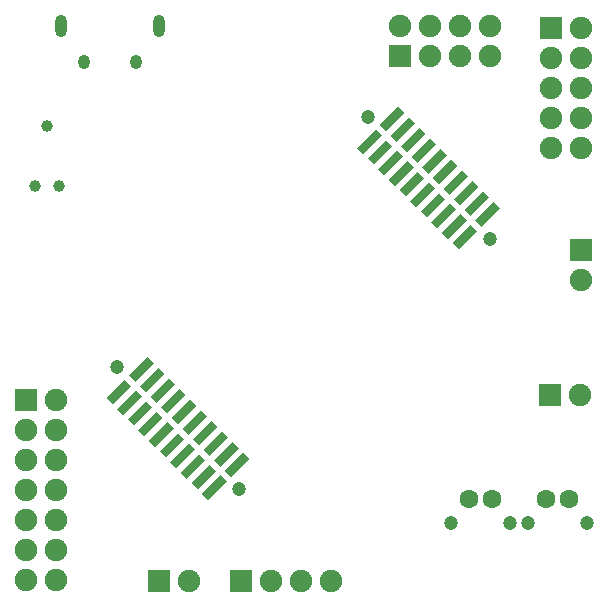
<source format=gbs>
G04 #@! TF.FileFunction,Soldermask,Bot*
%FSLAX46Y46*%
G04 Gerber Fmt 4.6, Leading zero omitted, Abs format (unit mm)*
G04 Created by KiCad (PCBNEW 4.1.0-alpha+201605071002+6776~44~ubuntu14.04.1-product) date Mon 30 May 2016 00:25:53 BST*
%MOMM*%
%LPD*%
G01*
G04 APERTURE LIST*
%ADD10C,0.100000*%
%ADD11R,1.900000X1.900000*%
%ADD12C,1.900000*%
%ADD13C,1.000000*%
%ADD14O,1.000000X1.250000*%
%ADD15O,1.000000X1.900000*%
%ADD16C,1.200000*%
%ADD17C,1.600000*%
G04 APERTURE END LIST*
D10*
D11*
X94690000Y-123500000D03*
D12*
X97230000Y-123500000D03*
X99770000Y-123500000D03*
X102310000Y-123500000D03*
D11*
X123500000Y-95430000D03*
D12*
X123500000Y-97970000D03*
D11*
X87730000Y-123500000D03*
D12*
X90270000Y-123500000D03*
D11*
X120830000Y-107700000D03*
D12*
X123370000Y-107700000D03*
D13*
X78295000Y-84960000D03*
X77279000Y-90040000D03*
X79311000Y-90040000D03*
D11*
X76480000Y-108130000D03*
D12*
X79020000Y-108130000D03*
X76480000Y-110670000D03*
X79020000Y-110670000D03*
X76480000Y-113210000D03*
X79020000Y-113210000D03*
X76480000Y-115750000D03*
X79020000Y-115750000D03*
X76480000Y-118290000D03*
X79020000Y-118290000D03*
X76480000Y-120830000D03*
X79020000Y-120830000D03*
X76480000Y-123370000D03*
X79020000Y-123370000D03*
D11*
X120980000Y-76670000D03*
D12*
X123520000Y-76670000D03*
X120980000Y-79210000D03*
X123520000Y-79210000D03*
X120980000Y-81750000D03*
X123520000Y-81750000D03*
X120980000Y-84290000D03*
X123520000Y-84290000D03*
X120980000Y-86830000D03*
X123520000Y-86830000D03*
D14*
X81375000Y-79500000D03*
X85825000Y-79500000D03*
D15*
X79425000Y-76500000D03*
X87775000Y-76500000D03*
D16*
X119000000Y-118600000D03*
X124000000Y-118600000D03*
D17*
X120500000Y-116500000D03*
X122500000Y-116500000D03*
D11*
X108190000Y-79020000D03*
D12*
X108190000Y-76480000D03*
X110730000Y-79020000D03*
X110730000Y-76480000D03*
X113270000Y-79020000D03*
X113270000Y-76480000D03*
X115810000Y-79020000D03*
X115810000Y-76480000D03*
D16*
X112500000Y-118600000D03*
X117500000Y-118600000D03*
D17*
X114000000Y-116500000D03*
X116000000Y-116500000D03*
D10*
G36*
X104531801Y-86787710D02*
X106101578Y-85217933D01*
X106624837Y-85741192D01*
X105055060Y-87310969D01*
X104531801Y-86787710D01*
X104531801Y-86787710D01*
G37*
G36*
X106462203Y-84857308D02*
X108031980Y-83287531D01*
X108555239Y-83810790D01*
X106985462Y-85380567D01*
X106462203Y-84857308D01*
X106462203Y-84857308D01*
G37*
G36*
X105429827Y-87685735D02*
X106999604Y-86115958D01*
X107522863Y-86639217D01*
X105953086Y-88208994D01*
X105429827Y-87685735D01*
X105429827Y-87685735D01*
G37*
G36*
X107360228Y-85755334D02*
X108930005Y-84185557D01*
X109453264Y-84708816D01*
X107883487Y-86278593D01*
X107360228Y-85755334D01*
X107360228Y-85755334D01*
G37*
G36*
X106327852Y-88583761D02*
X107897629Y-87013984D01*
X108420888Y-87537243D01*
X106851111Y-89107020D01*
X106327852Y-88583761D01*
X106327852Y-88583761D01*
G37*
G36*
X108258254Y-86653359D02*
X109828031Y-85083582D01*
X110351290Y-85606841D01*
X108781513Y-87176618D01*
X108258254Y-86653359D01*
X108258254Y-86653359D01*
G37*
G36*
X107225878Y-89481786D02*
X108795655Y-87912009D01*
X109318914Y-88435268D01*
X107749137Y-90005045D01*
X107225878Y-89481786D01*
X107225878Y-89481786D01*
G37*
G36*
X109156279Y-87551385D02*
X110726056Y-85981608D01*
X111249315Y-86504867D01*
X109679538Y-88074644D01*
X109156279Y-87551385D01*
X109156279Y-87551385D01*
G37*
G36*
X108123903Y-90379812D02*
X109693680Y-88810035D01*
X110216939Y-89333294D01*
X108647162Y-90903071D01*
X108123903Y-90379812D01*
X108123903Y-90379812D01*
G37*
G36*
X110054305Y-88449410D02*
X111624082Y-86879633D01*
X112147341Y-87402892D01*
X110577564Y-88972669D01*
X110054305Y-88449410D01*
X110054305Y-88449410D01*
G37*
G36*
X109021929Y-91277838D02*
X110591706Y-89708061D01*
X111114965Y-90231320D01*
X109545188Y-91801097D01*
X109021929Y-91277838D01*
X109021929Y-91277838D01*
G37*
G36*
X110952331Y-89347436D02*
X112522108Y-87777659D01*
X113045367Y-88300918D01*
X111475590Y-89870695D01*
X110952331Y-89347436D01*
X110952331Y-89347436D01*
G37*
G36*
X109919955Y-92175863D02*
X111489732Y-90606086D01*
X112012991Y-91129345D01*
X110443214Y-92699122D01*
X109919955Y-92175863D01*
X109919955Y-92175863D01*
G37*
G36*
X111850356Y-90245462D02*
X113420133Y-88675685D01*
X113943392Y-89198944D01*
X112373615Y-90768721D01*
X111850356Y-90245462D01*
X111850356Y-90245462D01*
G37*
G36*
X110817980Y-93073889D02*
X112387757Y-91504112D01*
X112911016Y-92027371D01*
X111341239Y-93597148D01*
X110817980Y-93073889D01*
X110817980Y-93073889D01*
G37*
G36*
X112748382Y-91143487D02*
X114318159Y-89573710D01*
X114841418Y-90096969D01*
X113271641Y-91666746D01*
X112748382Y-91143487D01*
X112748382Y-91143487D01*
G37*
G36*
X111716006Y-93971914D02*
X113285783Y-92402137D01*
X113809042Y-92925396D01*
X112239265Y-94495173D01*
X111716006Y-93971914D01*
X111716006Y-93971914D01*
G37*
G36*
X113646407Y-92041513D02*
X115216184Y-90471736D01*
X115739443Y-90994995D01*
X114169666Y-92564772D01*
X113646407Y-92041513D01*
X113646407Y-92041513D01*
G37*
G36*
X112614031Y-94869940D02*
X114183808Y-93300163D01*
X114707067Y-93823422D01*
X113137290Y-95393199D01*
X112614031Y-94869940D01*
X112614031Y-94869940D01*
G37*
G36*
X114544433Y-92939538D02*
X116114210Y-91369761D01*
X116637469Y-91893020D01*
X115067692Y-93462797D01*
X114544433Y-92939538D01*
X114544433Y-92939538D01*
G37*
D16*
X115750050Y-94505780D03*
X105419220Y-84174950D03*
D10*
G36*
X83318597Y-108000914D02*
X84888374Y-106431137D01*
X85411633Y-106954396D01*
X83841856Y-108524173D01*
X83318597Y-108000914D01*
X83318597Y-108000914D01*
G37*
G36*
X85248999Y-106070512D02*
X86818776Y-104500735D01*
X87342035Y-105023994D01*
X85772258Y-106593771D01*
X85248999Y-106070512D01*
X85248999Y-106070512D01*
G37*
G36*
X84216623Y-108898939D02*
X85786400Y-107329162D01*
X86309659Y-107852421D01*
X84739882Y-109422198D01*
X84216623Y-108898939D01*
X84216623Y-108898939D01*
G37*
G36*
X86147024Y-106968538D02*
X87716801Y-105398761D01*
X88240060Y-105922020D01*
X86670283Y-107491797D01*
X86147024Y-106968538D01*
X86147024Y-106968538D01*
G37*
G36*
X85114648Y-109796965D02*
X86684425Y-108227188D01*
X87207684Y-108750447D01*
X85637907Y-110320224D01*
X85114648Y-109796965D01*
X85114648Y-109796965D01*
G37*
G36*
X87045050Y-107866563D02*
X88614827Y-106296786D01*
X89138086Y-106820045D01*
X87568309Y-108389822D01*
X87045050Y-107866563D01*
X87045050Y-107866563D01*
G37*
G36*
X86012674Y-110694990D02*
X87582451Y-109125213D01*
X88105710Y-109648472D01*
X86535933Y-111218249D01*
X86012674Y-110694990D01*
X86012674Y-110694990D01*
G37*
G36*
X87943075Y-108764589D02*
X89512852Y-107194812D01*
X90036111Y-107718071D01*
X88466334Y-109287848D01*
X87943075Y-108764589D01*
X87943075Y-108764589D01*
G37*
G36*
X86910699Y-111593016D02*
X88480476Y-110023239D01*
X89003735Y-110546498D01*
X87433958Y-112116275D01*
X86910699Y-111593016D01*
X86910699Y-111593016D01*
G37*
G36*
X88841101Y-109662614D02*
X90410878Y-108092837D01*
X90934137Y-108616096D01*
X89364360Y-110185873D01*
X88841101Y-109662614D01*
X88841101Y-109662614D01*
G37*
G36*
X87808725Y-112491042D02*
X89378502Y-110921265D01*
X89901761Y-111444524D01*
X88331984Y-113014301D01*
X87808725Y-112491042D01*
X87808725Y-112491042D01*
G37*
G36*
X89739127Y-110560640D02*
X91308904Y-108990863D01*
X91832163Y-109514122D01*
X90262386Y-111083899D01*
X89739127Y-110560640D01*
X89739127Y-110560640D01*
G37*
G36*
X88706751Y-113389067D02*
X90276528Y-111819290D01*
X90799787Y-112342549D01*
X89230010Y-113912326D01*
X88706751Y-113389067D01*
X88706751Y-113389067D01*
G37*
G36*
X90637152Y-111458666D02*
X92206929Y-109888889D01*
X92730188Y-110412148D01*
X91160411Y-111981925D01*
X90637152Y-111458666D01*
X90637152Y-111458666D01*
G37*
G36*
X89604776Y-114287093D02*
X91174553Y-112717316D01*
X91697812Y-113240575D01*
X90128035Y-114810352D01*
X89604776Y-114287093D01*
X89604776Y-114287093D01*
G37*
G36*
X91535178Y-112356691D02*
X93104955Y-110786914D01*
X93628214Y-111310173D01*
X92058437Y-112879950D01*
X91535178Y-112356691D01*
X91535178Y-112356691D01*
G37*
G36*
X90502802Y-115185118D02*
X92072579Y-113615341D01*
X92595838Y-114138600D01*
X91026061Y-115708377D01*
X90502802Y-115185118D01*
X90502802Y-115185118D01*
G37*
G36*
X92433203Y-113254717D02*
X94002980Y-111684940D01*
X94526239Y-112208199D01*
X92956462Y-113777976D01*
X92433203Y-113254717D01*
X92433203Y-113254717D01*
G37*
G36*
X91400827Y-116083144D02*
X92970604Y-114513367D01*
X93493863Y-115036626D01*
X91924086Y-116606403D01*
X91400827Y-116083144D01*
X91400827Y-116083144D01*
G37*
G36*
X93331229Y-114152742D02*
X94901006Y-112582965D01*
X95424265Y-113106224D01*
X93854488Y-114676001D01*
X93331229Y-114152742D01*
X93331229Y-114152742D01*
G37*
D16*
X94536846Y-115718984D03*
X84206016Y-105388154D03*
M02*

</source>
